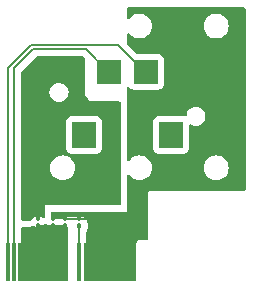
<source format=gtl>
%TF.GenerationSoftware,KiCad,Pcbnew,8.0.6*%
%TF.CreationDate,2025-06-21T19:34:37+03:00*%
%TF.ProjectId,Battery,42617474-6572-4792-9e6b-696361645f70,rev?*%
%TF.SameCoordinates,Original*%
%TF.FileFunction,Copper,L1,Top*%
%TF.FilePolarity,Positive*%
%FSLAX46Y46*%
G04 Gerber Fmt 4.6, Leading zero omitted, Abs format (unit mm)*
G04 Created by KiCad (PCBNEW 8.0.6) date 2025-06-21 19:34:37*
%MOMM*%
%LPD*%
G01*
G04 APERTURE LIST*
G04 Aperture macros list*
%AMRoundRect*
0 Rectangle with rounded corners*
0 $1 Rounding radius*
0 $2 $3 $4 $5 $6 $7 $8 $9 X,Y pos of 4 corners*
0 Add a 4 corners polygon primitive as box body*
4,1,4,$2,$3,$4,$5,$6,$7,$8,$9,$2,$3,0*
0 Add four circle primitives for the rounded corners*
1,1,$1+$1,$2,$3*
1,1,$1+$1,$4,$5*
1,1,$1+$1,$6,$7*
1,1,$1+$1,$8,$9*
0 Add four rect primitives between the rounded corners*
20,1,$1+$1,$2,$3,$4,$5,0*
20,1,$1+$1,$4,$5,$6,$7,0*
20,1,$1+$1,$6,$7,$8,$9,0*
20,1,$1+$1,$8,$9,$2,$3,0*%
G04 Aperture macros list end*
%TA.AperFunction,SMDPad,CuDef*%
%ADD10RoundRect,0.100000X0.100000X-0.130000X0.100000X0.130000X-0.100000X0.130000X-0.100000X-0.130000X0*%
%TD*%
%TA.AperFunction,SMDPad,CuDef*%
%ADD11R,0.400000X3.200000*%
%TD*%
%TA.AperFunction,SMDPad,CuDef*%
%ADD12R,4.260000X3.200000*%
%TD*%
%TA.AperFunction,SMDPad,CuDef*%
%ADD13R,4.400000X3.200000*%
%TD*%
%TA.AperFunction,SMDPad,CuDef*%
%ADD14R,2.000000X2.200000*%
%TD*%
%TA.AperFunction,SMDPad,CuDef*%
%ADD15R,2.000000X2.000000*%
%TD*%
%TA.AperFunction,SMDPad,CuDef*%
%ADD16RoundRect,0.100000X-0.100000X0.130000X-0.100000X-0.130000X0.100000X-0.130000X0.100000X0.130000X0*%
%TD*%
%TA.AperFunction,Conductor*%
%ADD17C,0.200000*%
%TD*%
G04 APERTURE END LIST*
D10*
%TO.P,R1,1*%
%TO.N,Net-(Power_Connector_Camera1-???)*%
X140470000Y-88415000D03*
%TO.P,R1,2*%
%TO.N,Net-(Power_Connector_Battery1--)*%
X140470000Y-87775000D03*
%TD*%
D11*
%TO.P,Power_Connector_Camera1,1,D*%
%TO.N,Net-(Power_Connector_Battery1-T)*%
X134470000Y-91520000D03*
%TO.P,Power_Connector_Camera1,2,T*%
%TO.N,Net-(Power_Connector_Battery1-D)*%
X134970000Y-91520000D03*
D12*
%TO.P,Power_Connector_Camera1,3,+*%
%TO.N,Net-(Power_Connector_Camera1-+)*%
X137400000Y-91520000D03*
D11*
%TO.P,Power_Connector_Camera1,4,???*%
%TO.N,Net-(Power_Connector_Camera1-???)*%
X140470000Y-91520000D03*
D13*
%TO.P,Power_Connector_Camera1,5,-*%
%TO.N,Net-(Power_Connector_Battery1--)*%
X143070000Y-91520000D03*
%TD*%
D14*
%TO.P,Power_Connector_Battery1,*%
%TO.N,*%
X148250000Y-80740000D03*
X140880000Y-80740000D03*
D15*
%TO.P,Power_Connector_Battery1,1,-*%
%TO.N,Net-(Power_Connector_Battery1--)*%
X149130000Y-75400000D03*
%TO.P,Power_Connector_Battery1,2,D*%
%TO.N,Net-(Power_Connector_Battery1-T)*%
X146120000Y-75400000D03*
%TO.P,Power_Connector_Battery1,3,T*%
%TO.N,Net-(Power_Connector_Battery1-D)*%
X142980000Y-75400000D03*
%TO.P,Power_Connector_Battery1,4,+*%
%TO.N,Net-(Power_Connector_Battery1-+)*%
X139970000Y-75400000D03*
%TD*%
D10*
%TO.P,F1,1*%
%TO.N,Net-(Power_Connector_Camera1-+)*%
X136970000Y-88415000D03*
%TO.P,F1,2*%
%TO.N,Net-(Power_Connector_Battery1-+)*%
X136970000Y-87775000D03*
%TD*%
D16*
%TO.P,C2,1*%
%TO.N,Net-(Power_Connector_Battery1--)*%
X139270000Y-87775000D03*
%TO.P,C2,2*%
%TO.N,Net-(Power_Connector_Camera1-+)*%
X139270000Y-88415000D03*
%TD*%
%TO.P,C1,1*%
%TO.N,Net-(Power_Connector_Battery1--)*%
X138270000Y-87775000D03*
%TO.P,C1,2*%
%TO.N,Net-(Power_Connector_Camera1-+)*%
X138270000Y-88415000D03*
%TD*%
D17*
%TO.N,Net-(Power_Connector_Battery1--)*%
X141400000Y-87825000D02*
X145575000Y-87825000D01*
X145575000Y-87825000D02*
X145600000Y-87800000D01*
X145600000Y-87800000D02*
X145600000Y-85620000D01*
X145600000Y-85620000D02*
X147130000Y-84090000D01*
X147070000Y-82960000D02*
X146290000Y-82180000D01*
X146290000Y-82180000D02*
X146290000Y-78700000D01*
X146290000Y-78700000D02*
X149090000Y-75900000D01*
%TO.N,Net-(Power_Connector_Battery1-+)*%
X136970000Y-87775000D02*
X136970000Y-80130000D01*
X136970000Y-80130000D02*
X137910000Y-79190000D01*
X137910000Y-79190000D02*
X138750000Y-79190000D01*
X138750000Y-79190000D02*
X139970000Y-77970000D01*
X139970000Y-77970000D02*
X139970000Y-75400000D01*
%TO.N,Net-(Power_Connector_Battery1-D)*%
X134970000Y-91520000D02*
X134970000Y-75087402D01*
X136557402Y-73500000D02*
X141060000Y-73500000D01*
X134970000Y-75087402D02*
X136557402Y-73500000D01*
X141060000Y-73500000D02*
X142940000Y-75380000D01*
%TO.N,Net-(Power_Connector_Battery1-T)*%
X134470000Y-91520000D02*
X134470000Y-75050000D01*
X134470000Y-75050000D02*
X136400000Y-73120000D01*
X136400000Y-73120000D02*
X143740000Y-73120000D01*
X143740000Y-73120000D02*
X146020000Y-75400000D01*
X146020000Y-75400000D02*
X146120000Y-75400000D01*
%TO.N,Net-(Power_Connector_Camera1-+)*%
X136970000Y-88415000D02*
X136970000Y-91090000D01*
X136970000Y-91090000D02*
X137400000Y-91520000D01*
X139270000Y-88415000D02*
X138270000Y-88415000D01*
%TO.N,Net-(Power_Connector_Battery1--)*%
X138270000Y-87775000D02*
X139270000Y-87775000D01*
%TO.N,Net-(Power_Connector_Camera1-+)*%
X136970000Y-88415000D02*
X138270000Y-88415000D01*
%TO.N,Net-(Power_Connector_Camera1-???)*%
X140470000Y-88415000D02*
X140470000Y-91520000D01*
%TO.N,Net-(Power_Connector_Camera1-+)*%
X136000000Y-91250000D02*
X136010000Y-91240000D01*
%TO.N,Net-(Power_Connector_Battery1--)*%
X144140000Y-87825000D02*
X144140000Y-91610000D01*
%TO.N,Net-(Power_Connector_Camera1-+)*%
X139225000Y-88465000D02*
X139200000Y-88440000D01*
%TO.N,Net-(Power_Connector_Battery1--)*%
X140200000Y-87825000D02*
X139225000Y-87825000D01*
X139225000Y-87825000D02*
X139200000Y-87800000D01*
X141400000Y-87825000D02*
X140200000Y-87825000D01*
X141400000Y-87825000D02*
X141558456Y-87825000D01*
X147070000Y-84030000D02*
X147130000Y-84090000D01*
X147070000Y-82960000D02*
X147070000Y-84030000D01*
%TD*%
%TA.AperFunction,Conductor*%
%TO.N,Net-(Power_Connector_Camera1-+)*%
G36*
X137708716Y-88291713D02*
G01*
X137718369Y-88302853D01*
X137741718Y-88333282D01*
X137867159Y-88429536D01*
X138013238Y-88490044D01*
X138130639Y-88505500D01*
X138409360Y-88505499D01*
X138409363Y-88505499D01*
X138526753Y-88490046D01*
X138526757Y-88490044D01*
X138526762Y-88490044D01*
X138672841Y-88429536D01*
X138694515Y-88412904D01*
X138759681Y-88387711D01*
X138828126Y-88401748D01*
X138845478Y-88412899D01*
X138867159Y-88429536D01*
X138867162Y-88429537D01*
X138867163Y-88429538D01*
X138927451Y-88454510D01*
X139013238Y-88490044D01*
X139130639Y-88505500D01*
X139406000Y-88505499D01*
X139473039Y-88525183D01*
X139518794Y-88577987D01*
X139530000Y-88629499D01*
X139530000Y-89856000D01*
X139510315Y-89923039D01*
X139457511Y-89968794D01*
X139406000Y-89980000D01*
X135694500Y-89980000D01*
X135627461Y-89960315D01*
X135581706Y-89907511D01*
X135570500Y-89856000D01*
X135570500Y-88629500D01*
X135590185Y-88562461D01*
X135642989Y-88516706D01*
X135694500Y-88505500D01*
X136270618Y-88505500D01*
X136270624Y-88505500D01*
X136357418Y-88497993D01*
X136399366Y-88490682D01*
X136483575Y-88468387D01*
X136509723Y-88454509D01*
X136578167Y-88440470D01*
X136615304Y-88449478D01*
X136713238Y-88490044D01*
X136830639Y-88505500D01*
X137109360Y-88505499D01*
X137109363Y-88505499D01*
X137226753Y-88490046D01*
X137226757Y-88490044D01*
X137226762Y-88490044D01*
X137372841Y-88429536D01*
X137498282Y-88333282D01*
X137521624Y-88302861D01*
X137578049Y-88261659D01*
X137647795Y-88257502D01*
X137708716Y-88291713D01*
G37*
%TD.AperFunction*%
%TD*%
%TA.AperFunction,Conductor*%
%TO.N,Net-(Power_Connector_Battery1-+)*%
G36*
X140826942Y-74120185D02*
G01*
X140847584Y-74136819D01*
X140904945Y-74194180D01*
X140938430Y-74255503D01*
X140941264Y-74281514D01*
X140950000Y-77400001D01*
X141213853Y-77693170D01*
X141400000Y-77900000D01*
X143876000Y-77900000D01*
X143943039Y-77919685D01*
X143988794Y-77972489D01*
X144000000Y-78024000D01*
X144000000Y-86576000D01*
X143980315Y-86643039D01*
X143927511Y-86688794D01*
X143876000Y-86700000D01*
X137550000Y-86700000D01*
X137550000Y-87648266D01*
X137530315Y-87715305D01*
X137477511Y-87761060D01*
X137408353Y-87771004D01*
X137378548Y-87762827D01*
X137226765Y-87699957D01*
X137226760Y-87699955D01*
X137109361Y-87684500D01*
X136830636Y-87684500D01*
X136713246Y-87699953D01*
X136713237Y-87699956D01*
X136567160Y-87760463D01*
X136567159Y-87760464D01*
X136441718Y-87856718D01*
X136368998Y-87951488D01*
X136312572Y-87992689D01*
X136270624Y-88000000D01*
X135694500Y-88000000D01*
X135627461Y-87980315D01*
X135581706Y-87927511D01*
X135570500Y-87876000D01*
X135570500Y-83520000D01*
X138004417Y-83520000D01*
X138024699Y-83725932D01*
X138024700Y-83725934D01*
X138084768Y-83923954D01*
X138182315Y-84106450D01*
X138182317Y-84106452D01*
X138313589Y-84266410D01*
X138410209Y-84345702D01*
X138473550Y-84397685D01*
X138656046Y-84495232D01*
X138854066Y-84555300D01*
X138854065Y-84555300D01*
X138872529Y-84557118D01*
X139060000Y-84575583D01*
X139265934Y-84555300D01*
X139463954Y-84495232D01*
X139646450Y-84397685D01*
X139806410Y-84266410D01*
X139937685Y-84106450D01*
X140035232Y-83923954D01*
X140095300Y-83725934D01*
X140115583Y-83520000D01*
X140095300Y-83314066D01*
X140035232Y-83116046D01*
X139937685Y-82933550D01*
X139885702Y-82870209D01*
X139806410Y-82773589D01*
X139646452Y-82642317D01*
X139646453Y-82642317D01*
X139646450Y-82642315D01*
X139463954Y-82544768D01*
X139265934Y-82484700D01*
X139265932Y-82484699D01*
X139265934Y-82484699D01*
X139060000Y-82464417D01*
X138854067Y-82484699D01*
X138656043Y-82544769D01*
X138545898Y-82603643D01*
X138473550Y-82642315D01*
X138473548Y-82642316D01*
X138473547Y-82642317D01*
X138313589Y-82773589D01*
X138182317Y-82933547D01*
X138084769Y-83116043D01*
X138024699Y-83314067D01*
X138004417Y-83520000D01*
X135570500Y-83520000D01*
X135570500Y-79592135D01*
X139379500Y-79592135D01*
X139379500Y-81887870D01*
X139379501Y-81887876D01*
X139385908Y-81947483D01*
X139436202Y-82082328D01*
X139436206Y-82082335D01*
X139522452Y-82197544D01*
X139522455Y-82197547D01*
X139637664Y-82283793D01*
X139637671Y-82283797D01*
X139772517Y-82334091D01*
X139772516Y-82334091D01*
X139779444Y-82334835D01*
X139832127Y-82340500D01*
X141927872Y-82340499D01*
X141987483Y-82334091D01*
X142122331Y-82283796D01*
X142237546Y-82197546D01*
X142323796Y-82082331D01*
X142374091Y-81947483D01*
X142380500Y-81887873D01*
X142380499Y-79592128D01*
X142374091Y-79532517D01*
X142323796Y-79397669D01*
X142323795Y-79397668D01*
X142323793Y-79397664D01*
X142237547Y-79282455D01*
X142237544Y-79282452D01*
X142122335Y-79196206D01*
X142122328Y-79196202D01*
X141987482Y-79145908D01*
X141987483Y-79145908D01*
X141927883Y-79139501D01*
X141927881Y-79139500D01*
X141927873Y-79139500D01*
X141927864Y-79139500D01*
X139832129Y-79139500D01*
X139832123Y-79139501D01*
X139772516Y-79145908D01*
X139637671Y-79196202D01*
X139637664Y-79196206D01*
X139522455Y-79282452D01*
X139522452Y-79282455D01*
X139436206Y-79397664D01*
X139436202Y-79397671D01*
X139385908Y-79532517D01*
X139379501Y-79592116D01*
X139379501Y-79592123D01*
X139379500Y-79592135D01*
X135570500Y-79592135D01*
X135570500Y-77149996D01*
X137944420Y-77149996D01*
X137944420Y-77150003D01*
X137964670Y-77329737D01*
X137964671Y-77329742D01*
X137989256Y-77400001D01*
X138024413Y-77500473D01*
X138120647Y-77653628D01*
X138248549Y-77781530D01*
X138401704Y-77877764D01*
X138572434Y-77937505D01*
X138572439Y-77937506D01*
X138752173Y-77957757D01*
X138752177Y-77957757D01*
X138752181Y-77957757D01*
X138931914Y-77937506D01*
X138931917Y-77937505D01*
X138931920Y-77937505D01*
X139102650Y-77877764D01*
X139255805Y-77781530D01*
X139383707Y-77653628D01*
X139479941Y-77500473D01*
X139539682Y-77329743D01*
X139559934Y-77150000D01*
X139539682Y-76970257D01*
X139479941Y-76799527D01*
X139383707Y-76646372D01*
X139255805Y-76518470D01*
X139102650Y-76422236D01*
X138931919Y-76362494D01*
X138931914Y-76362493D01*
X138752181Y-76342243D01*
X138752173Y-76342243D01*
X138572439Y-76362493D01*
X138572434Y-76362494D01*
X138401703Y-76422236D01*
X138248548Y-76518470D01*
X138120647Y-76646371D01*
X138024413Y-76799526D01*
X137964671Y-76970257D01*
X137964670Y-76970262D01*
X137944420Y-77149996D01*
X135570500Y-77149996D01*
X135570500Y-75387499D01*
X135590185Y-75320460D01*
X135606819Y-75299818D01*
X136769818Y-74136819D01*
X136831141Y-74103334D01*
X136857499Y-74100500D01*
X140759903Y-74100500D01*
X140826942Y-74120185D01*
G37*
%TD.AperFunction*%
%TD*%
%TA.AperFunction,Conductor*%
%TO.N,Net-(Power_Connector_Battery1--)*%
G36*
X154492539Y-69970185D02*
G01*
X154538294Y-70022989D01*
X154549500Y-70074500D01*
X154549500Y-85325500D01*
X154529815Y-85392539D01*
X154477011Y-85438294D01*
X154425500Y-85449500D01*
X146490170Y-85449500D01*
X146398102Y-85487636D01*
X146327636Y-85558102D01*
X146289500Y-85650170D01*
X146289500Y-89555500D01*
X146269815Y-89622539D01*
X146217011Y-89668294D01*
X146165500Y-89679500D01*
X145490170Y-89679500D01*
X145398102Y-89717636D01*
X145327637Y-89788101D01*
X145295179Y-89866461D01*
X145251337Y-89920864D01*
X145185043Y-89942928D01*
X145181687Y-89943002D01*
X141195569Y-89977364D01*
X141128362Y-89958258D01*
X141082154Y-89905851D01*
X141070500Y-89853369D01*
X141070500Y-88921257D01*
X141090185Y-88854218D01*
X141093924Y-88848900D01*
X141094532Y-88847845D01*
X141094536Y-88847841D01*
X141155044Y-88701762D01*
X141170500Y-88584361D01*
X141170499Y-88245640D01*
X141170499Y-88245636D01*
X141155046Y-88128246D01*
X141155044Y-88128241D01*
X141155044Y-88128238D01*
X141094536Y-87982159D01*
X140998282Y-87856718D01*
X140977349Y-87840655D01*
X140938512Y-87810854D01*
X140897310Y-87754425D01*
X140893697Y-87733697D01*
X140890000Y-87730000D01*
X140823960Y-87730000D01*
X140776508Y-87720561D01*
X140726765Y-87699957D01*
X140726760Y-87699955D01*
X140609361Y-87684500D01*
X140330636Y-87684500D01*
X140213246Y-87699953D01*
X140213234Y-87699957D01*
X140163492Y-87720561D01*
X140116040Y-87730000D01*
X139623960Y-87730000D01*
X139576508Y-87720561D01*
X139526765Y-87699957D01*
X139526760Y-87699955D01*
X139409361Y-87684500D01*
X139130636Y-87684500D01*
X139013246Y-87699953D01*
X139013234Y-87699957D01*
X138963492Y-87720561D01*
X138916040Y-87730000D01*
X138623960Y-87730000D01*
X138576508Y-87720561D01*
X138526765Y-87699957D01*
X138526760Y-87699955D01*
X138409362Y-87684500D01*
X138179500Y-87684500D01*
X138112461Y-87664815D01*
X138066706Y-87612011D01*
X138055500Y-87560500D01*
X138055500Y-87374000D01*
X138075185Y-87306961D01*
X138127989Y-87261206D01*
X138179500Y-87250000D01*
X144500000Y-87250000D01*
X144500000Y-86623122D01*
X144501262Y-86605475D01*
X144505500Y-86576000D01*
X144505500Y-84237557D01*
X144525185Y-84170518D01*
X144577989Y-84124763D01*
X144647147Y-84114819D01*
X144710703Y-84143844D01*
X144725354Y-84158893D01*
X144813589Y-84266410D01*
X144910209Y-84345702D01*
X144973550Y-84397685D01*
X145156046Y-84495232D01*
X145354066Y-84555300D01*
X145354065Y-84555300D01*
X145372529Y-84557118D01*
X145560000Y-84575583D01*
X145765934Y-84555300D01*
X145963954Y-84495232D01*
X146146450Y-84397685D01*
X146306410Y-84266410D01*
X146437685Y-84106450D01*
X146535232Y-83923954D01*
X146595300Y-83725934D01*
X146615583Y-83520000D01*
X151004417Y-83520000D01*
X151024699Y-83725932D01*
X151033551Y-83755112D01*
X151084768Y-83923954D01*
X151182315Y-84106450D01*
X151197344Y-84124763D01*
X151313589Y-84266410D01*
X151410209Y-84345702D01*
X151473550Y-84397685D01*
X151656046Y-84495232D01*
X151854066Y-84555300D01*
X151854065Y-84555300D01*
X151872529Y-84557118D01*
X152060000Y-84575583D01*
X152265934Y-84555300D01*
X152463954Y-84495232D01*
X152646450Y-84397685D01*
X152806410Y-84266410D01*
X152937685Y-84106450D01*
X153035232Y-83923954D01*
X153095300Y-83725934D01*
X153115583Y-83520000D01*
X153095300Y-83314066D01*
X153035232Y-83116046D01*
X152937685Y-82933550D01*
X152885702Y-82870209D01*
X152806410Y-82773589D01*
X152646452Y-82642317D01*
X152646453Y-82642317D01*
X152646450Y-82642315D01*
X152463954Y-82544768D01*
X152265934Y-82484700D01*
X152265932Y-82484699D01*
X152265934Y-82484699D01*
X152060000Y-82464417D01*
X151854067Y-82484699D01*
X151656043Y-82544769D01*
X151545898Y-82603643D01*
X151473550Y-82642315D01*
X151473548Y-82642316D01*
X151473547Y-82642317D01*
X151313589Y-82773589D01*
X151182317Y-82933547D01*
X151182315Y-82933550D01*
X151154358Y-82985854D01*
X151084769Y-83116043D01*
X151024699Y-83314067D01*
X151004417Y-83520000D01*
X146615583Y-83520000D01*
X146595300Y-83314066D01*
X146535232Y-83116046D01*
X146437685Y-82933550D01*
X146385702Y-82870209D01*
X146306410Y-82773589D01*
X146146452Y-82642317D01*
X146146453Y-82642317D01*
X146146450Y-82642315D01*
X145963954Y-82544768D01*
X145765934Y-82484700D01*
X145765932Y-82484699D01*
X145765934Y-82484699D01*
X145560000Y-82464417D01*
X145354067Y-82484699D01*
X145156043Y-82544769D01*
X145045898Y-82603643D01*
X144973550Y-82642315D01*
X144973548Y-82642316D01*
X144973547Y-82642317D01*
X144813592Y-82773587D01*
X144725354Y-82881107D01*
X144667608Y-82920441D01*
X144597763Y-82922312D01*
X144537995Y-82886125D01*
X144507279Y-82823369D01*
X144505500Y-82802442D01*
X144505500Y-79592135D01*
X146749500Y-79592135D01*
X146749500Y-81887870D01*
X146749501Y-81887876D01*
X146755908Y-81947483D01*
X146806202Y-82082328D01*
X146806206Y-82082335D01*
X146892452Y-82197544D01*
X146892455Y-82197547D01*
X147007664Y-82283793D01*
X147007671Y-82283797D01*
X147142517Y-82334091D01*
X147142516Y-82334091D01*
X147149444Y-82334835D01*
X147202127Y-82340500D01*
X149297872Y-82340499D01*
X149357483Y-82334091D01*
X149492331Y-82283796D01*
X149607546Y-82197546D01*
X149693796Y-82082331D01*
X149744091Y-81947483D01*
X149750500Y-81887873D01*
X149750499Y-79957826D01*
X149770184Y-79890788D01*
X149822987Y-79845033D01*
X149892146Y-79835089D01*
X149940472Y-79852834D01*
X149999524Y-79889940D01*
X150170257Y-79949682D01*
X150170262Y-79949683D01*
X150349996Y-79969934D01*
X150350000Y-79969934D01*
X150350004Y-79969934D01*
X150529737Y-79949683D01*
X150529740Y-79949682D01*
X150529743Y-79949682D01*
X150700473Y-79889941D01*
X150853628Y-79793707D01*
X150981530Y-79665805D01*
X151077764Y-79512650D01*
X151137505Y-79341920D01*
X151144205Y-79282454D01*
X151157757Y-79162180D01*
X151157757Y-79162173D01*
X151137506Y-78982439D01*
X151137505Y-78982434D01*
X151132546Y-78968262D01*
X151077764Y-78811704D01*
X150981530Y-78658549D01*
X150853628Y-78530647D01*
X150700473Y-78434413D01*
X150529742Y-78374671D01*
X150529737Y-78374670D01*
X150350004Y-78354420D01*
X150349996Y-78354420D01*
X150170262Y-78374670D01*
X150170257Y-78374671D01*
X149999526Y-78434413D01*
X149846371Y-78530647D01*
X149718470Y-78658548D01*
X149622236Y-78811703D01*
X149562494Y-78982434D01*
X149562493Y-78982438D01*
X149554328Y-79054909D01*
X149527261Y-79119323D01*
X149469666Y-79158878D01*
X149399829Y-79161015D01*
X149387775Y-79157207D01*
X149357482Y-79145908D01*
X149357483Y-79145908D01*
X149297883Y-79139501D01*
X149297881Y-79139500D01*
X149297873Y-79139500D01*
X149297864Y-79139500D01*
X147202129Y-79139500D01*
X147202123Y-79139501D01*
X147142516Y-79145908D01*
X147007671Y-79196202D01*
X147007664Y-79196206D01*
X146892455Y-79282452D01*
X146892452Y-79282455D01*
X146806206Y-79397664D01*
X146806202Y-79397671D01*
X146755908Y-79532517D01*
X146749501Y-79592116D01*
X146749500Y-79592135D01*
X144505500Y-79592135D01*
X144505500Y-78024010D01*
X144505500Y-78024000D01*
X144500710Y-77979446D01*
X144500000Y-77966193D01*
X144500000Y-76779509D01*
X144519685Y-76712470D01*
X144572489Y-76666715D01*
X144641647Y-76656771D01*
X144705203Y-76685796D01*
X144723263Y-76705193D01*
X144762454Y-76757546D01*
X144791793Y-76779509D01*
X144877664Y-76843793D01*
X144877671Y-76843797D01*
X145012517Y-76894091D01*
X145012516Y-76894091D01*
X145019444Y-76894835D01*
X145072127Y-76900500D01*
X147167872Y-76900499D01*
X147227483Y-76894091D01*
X147362331Y-76843796D01*
X147477546Y-76757546D01*
X147563796Y-76642331D01*
X147614091Y-76507483D01*
X147620500Y-76447873D01*
X147620499Y-74352128D01*
X147614091Y-74292517D01*
X147563796Y-74157669D01*
X147563795Y-74157668D01*
X147563793Y-74157664D01*
X147477547Y-74042455D01*
X147477544Y-74042452D01*
X147362335Y-73956206D01*
X147362328Y-73956202D01*
X147227482Y-73905908D01*
X147227483Y-73905908D01*
X147167883Y-73899501D01*
X147167881Y-73899500D01*
X147167873Y-73899500D01*
X147167865Y-73899500D01*
X145420097Y-73899500D01*
X145353058Y-73879815D01*
X145332416Y-73863181D01*
X144536319Y-73067084D01*
X144502834Y-73005761D01*
X144500000Y-72979403D01*
X144500000Y-72230856D01*
X144519685Y-72163817D01*
X144572489Y-72118062D01*
X144641647Y-72108118D01*
X144705203Y-72137143D01*
X144719854Y-72152192D01*
X144813589Y-72266410D01*
X144910209Y-72345702D01*
X144973550Y-72397685D01*
X145156046Y-72495232D01*
X145354066Y-72555300D01*
X145354065Y-72555300D01*
X145372529Y-72557118D01*
X145560000Y-72575583D01*
X145765934Y-72555300D01*
X145963954Y-72495232D01*
X146146450Y-72397685D01*
X146306410Y-72266410D01*
X146437685Y-72106450D01*
X146535232Y-71923954D01*
X146595300Y-71725934D01*
X146615583Y-71520000D01*
X151004417Y-71520000D01*
X151024699Y-71725932D01*
X151024700Y-71725934D01*
X151084768Y-71923954D01*
X151182315Y-72106450D01*
X151182317Y-72106452D01*
X151313589Y-72266410D01*
X151410209Y-72345702D01*
X151473550Y-72397685D01*
X151656046Y-72495232D01*
X151854066Y-72555300D01*
X151854065Y-72555300D01*
X151872529Y-72557118D01*
X152060000Y-72575583D01*
X152265934Y-72555300D01*
X152463954Y-72495232D01*
X152646450Y-72397685D01*
X152806410Y-72266410D01*
X152937685Y-72106450D01*
X153035232Y-71923954D01*
X153095300Y-71725934D01*
X153115583Y-71520000D01*
X153095300Y-71314066D01*
X153035232Y-71116046D01*
X152937685Y-70933550D01*
X152852762Y-70830070D01*
X152806410Y-70773589D01*
X152646452Y-70642317D01*
X152646453Y-70642317D01*
X152646450Y-70642315D01*
X152463954Y-70544768D01*
X152265934Y-70484700D01*
X152265932Y-70484699D01*
X152265934Y-70484699D01*
X152060000Y-70464417D01*
X151854067Y-70484699D01*
X151656043Y-70544769D01*
X151545898Y-70603643D01*
X151473550Y-70642315D01*
X151473548Y-70642316D01*
X151473547Y-70642317D01*
X151313589Y-70773589D01*
X151182317Y-70933547D01*
X151084769Y-71116043D01*
X151024699Y-71314067D01*
X151004417Y-71520000D01*
X146615583Y-71520000D01*
X146595300Y-71314066D01*
X146535232Y-71116046D01*
X146437685Y-70933550D01*
X146352762Y-70830070D01*
X146306410Y-70773589D01*
X146146452Y-70642317D01*
X146146453Y-70642317D01*
X146146450Y-70642315D01*
X145963954Y-70544768D01*
X145765934Y-70484700D01*
X145765932Y-70484699D01*
X145765934Y-70484699D01*
X145560000Y-70464417D01*
X145354067Y-70484699D01*
X145156043Y-70544769D01*
X145045898Y-70603643D01*
X144973550Y-70642315D01*
X144973548Y-70642316D01*
X144973547Y-70642317D01*
X144813589Y-70773590D01*
X144719853Y-70887808D01*
X144662107Y-70927142D01*
X144592263Y-70929013D01*
X144532495Y-70892825D01*
X144501779Y-70830070D01*
X144500000Y-70809143D01*
X144500000Y-70074500D01*
X144519685Y-70007461D01*
X144572489Y-69961706D01*
X144624000Y-69950500D01*
X154425500Y-69950500D01*
X154492539Y-69970185D01*
G37*
%TD.AperFunction*%
%TD*%
M02*

</source>
